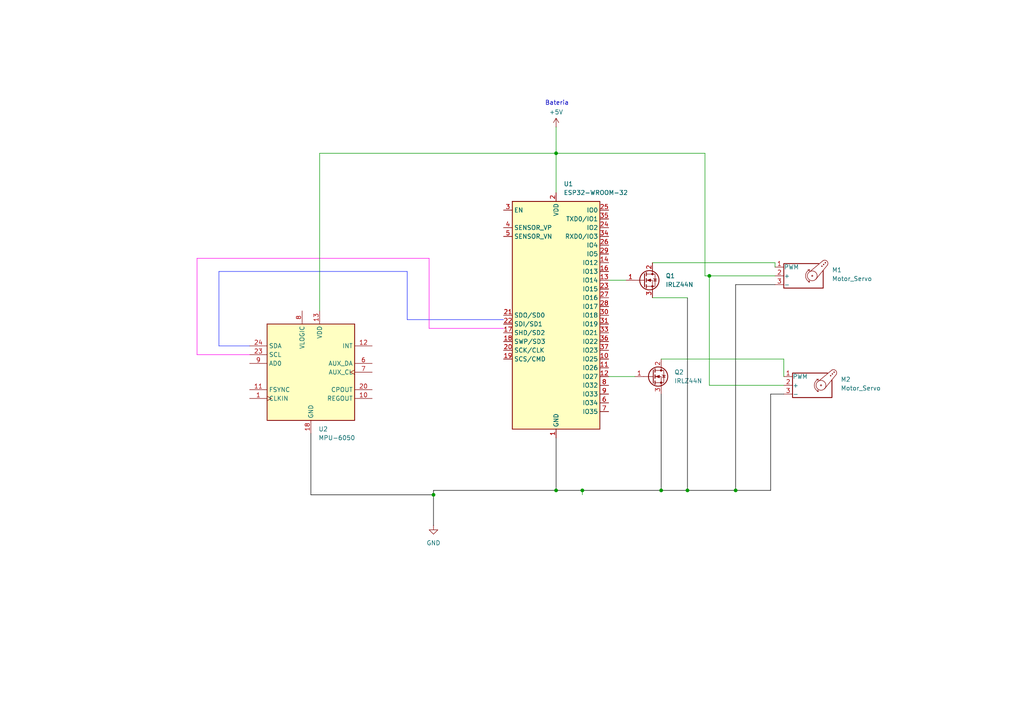
<source format=kicad_sch>
(kicad_sch (version 20231120) (generator "eeschema") (generator_version "8.0")
  (paper "A4")
  (lib_symbols
    (symbol "Motor:Motor_Servo" (pin_names (offset 0.0254))
      (property "Reference" "M" (at -5.08 4.445 0))
      (property "Value" "Motor_Servo" (at -5.08 -4.064 0))
      (symbol "Motor_Servo_0_1"
        (polyline (pts (xy 2.413 -1.778) (xy 2.032 -1.778)))
        (polyline (pts (xy 2.413 -1.778) (xy 2.286 -1.397)))
        (polyline (pts (xy 2.413 1.778) (xy 1.905 1.778)))
        (polyline (pts (xy 2.413 1.778) (xy 2.286 1.397)))
        (polyline (pts (xy 6.35 4.445) (xy 2.54 1.27)))
        (polyline (pts (xy 7.62 3.175) (xy 4.191 -1.016)))
        (polyline (pts (xy 5.08 3.556) (xy -5.08 3.556) (xy -5.08 -3.556) (xy 6.35 -3.556) (xy 6.35 1.524)) (stroke (width 0.254)))
        (arc (start 2.413 1.778) (mid 1.2406 0) (end 2.413 -1.778))
        (circle (center 3.175 0) (radius 0.1778))
        (circle (center 3.175 0) (radius 1.4224))
        (circle (center 5.969 2.794) (radius 0.127))
        (circle (center 6.477 3.302) (radius 0.127))
        (circle (center 6.985 3.81) (radius 0.127))
        (arc (start 7.62 3.175) (mid 7.4485 4.2735) (end 6.35 4.445))
      )
      (symbol "Motor_Servo_1_1"
        (pin passive line (at -7.62 2.54 0) (length 2.54) (name "PWM") (number "1"))
        (pin passive line (at -7.62 0 0) (length 2.54) (name "+") (number "2"))
        (pin passive line (at -7.62 -2.54 0) (length 2.54) (name "-") (number "3"))
      )
    )
    (symbol "RF_Module:ESP32-WROOM-32"
      (property "Reference" "U" (at -12.7 34.29 0))
      (property "Value" "ESP32-WROOM-32" (at 1.27 34.29 0))
      (symbol "ESP32-WROOM-32_0_1"
        (rectangle (start -12.7 33.02) (end 12.7 -33.02) (stroke (width 0.254)) (fill (type background)))
      )
      (symbol "ESP32-WROOM-32_1_1"
        (pin power_in line (at 0 -35.56 90) (length 2.54) (name "GND") (number "1"))
        (pin bidirectional line (at 15.24 -12.7 180) (length 2.54) (name "IO25") (number "10"))
        (pin bidirectional line (at 15.24 -15.24 180) (length 2.54) (name "IO26") (number "11"))
        (pin bidirectional line (at 15.24 -17.78 180) (length 2.54) (name "IO27") (number "12"))
        (pin bidirectional line (at 15.24 10.16 180) (length 2.54) (name "IO14") (number "13"))
        (pin bidirectional line (at 15.24 15.24 180) (length 2.54) (name "IO12") (number "14"))
        (pin passive line (at 0 -35.56 90) (length 2.54) hide (name "GND") (number "15"))
        (pin bidirectional line (at 15.24 12.7 180) (length 2.54) (name "IO13") (number "16"))
        (pin bidirectional line (at -15.24 -5.08 0) (length 2.54) (name "SHD/SD2") (number "17"))
        (pin bidirectional line (at -15.24 -7.62 0) (length 2.54) (name "SWP/SD3") (number "18"))
        (pin bidirectional line (at -15.24 -12.7 0) (length 2.54) (name "SCS/CMD") (number "19"))
        (pin power_in line (at 0 35.56 270) (length 2.54) (name "VDD") (number "2"))
        (pin bidirectional line (at -15.24 -10.16 0) (length 2.54) (name "SCK/CLK") (number "20"))
        (pin bidirectional line (at -15.24 0 0) (length 2.54) (name "SDO/SD0") (number "21"))
        (pin bidirectional line (at -15.24 -2.54 0) (length 2.54) (name "SDI/SD1") (number "22"))
        (pin bidirectional line (at 15.24 7.62 180) (length 2.54) (name "IO15") (number "23"))
        (pin bidirectional line (at 15.24 25.4 180) (length 2.54) (name "IO2") (number "24"))
        (pin bidirectional line (at 15.24 30.48 180) (length 2.54) (name "IO0") (number "25"))
        (pin bidirectional line (at 15.24 20.32 180) (length 2.54) (name "IO4") (number "26"))
        (pin bidirectional line (at 15.24 5.08 180) (length 2.54) (name "IO16") (number "27"))
        (pin bidirectional line (at 15.24 2.54 180) (length 2.54) (name "IO17") (number "28"))
        (pin bidirectional line (at 15.24 17.78 180) (length 2.54) (name "IO5") (number "29"))
        (pin input line (at -15.24 30.48 0) (length 2.54) (name "EN") (number "3"))
        (pin bidirectional line (at 15.24 0 180) (length 2.54) (name "IO18") (number "30"))
        (pin bidirectional line (at 15.24 -2.54 180) (length 2.54) (name "IO19") (number "31"))
        (pin no_connect line (at -12.7 -27.94 0) (length 2.54) hide (name "NC") (number "32"))
        (pin bidirectional line (at 15.24 -5.08 180) (length 2.54) (name "IO21") (number "33"))
        (pin bidirectional line (at 15.24 22.86 180) (length 2.54) (name "RXD0/IO3") (number "34"))
        (pin bidirectional line (at 15.24 27.94 180) (length 2.54) (name "TXD0/IO1") (number "35"))
        (pin bidirectional line (at 15.24 -7.62 180) (length 2.54) (name "IO22") (number "36"))
        (pin bidirectional line (at 15.24 -10.16 180) (length 2.54) (name "IO23") (number "37"))
        (pin passive line (at 0 -35.56 90) (length 2.54) hide (name "GND") (number "38"))
        (pin passive line (at 0 -35.56 90) (length 2.54) hide (name "GND") (number "39"))
        (pin input line (at -15.24 25.4 0) (length 2.54) (name "SENSOR_VP") (number "4"))
        (pin input line (at -15.24 22.86 0) (length 2.54) (name "SENSOR_VN") (number "5"))
        (pin input line (at 15.24 -25.4 180) (length 2.54) (name "IO34") (number "6"))
        (pin input line (at 15.24 -27.94 180) (length 2.54) (name "IO35") (number "7"))
        (pin bidirectional line (at 15.24 -20.32 180) (length 2.54) (name "IO32") (number "8"))
        (pin bidirectional line (at 15.24 -22.86 180) (length 2.54) (name "IO33") (number "9"))
      )
    )
    (symbol "Sensor_Motion:MPU-6050"
      (property "Reference" "U" (at -11.43 13.97 0))
      (property "Value" "MPU-6050" (at 7.62 -15.24 0))
      (symbol "MPU-6050_0_0"
        (text "" (at 12.7 -2.54 0) (effects (font (size 1.27 1.27))))
      )
      (symbol "MPU-6050_0_1"
        (rectangle (start -12.7 13.97) (end 12.7 -13.97) (stroke (width 0.254)) (fill (type background)))
      )
      (symbol "MPU-6050_1_1"
        (pin input clock (at -17.78 -7.62 0) (length 5.08) (name "CLKIN") (number "1"))
        (pin passive line (at 17.78 -7.62 180) (length 5.08) (name "REGOUT") (number "10"))
        (pin input line (at -17.78 -5.08 0) (length 5.08) (name "FSYNC") (number "11"))
        (pin output line (at 17.78 7.62 180) (length 5.08) (name "INT") (number "12"))
        (pin power_in line (at 2.54 17.78 270) (length 3.81) (name "VDD") (number "13"))
        (pin no_connect line (at -12.7 -10.16 0) (length 2.54) hide (name "NC") (number "14"))
        (pin no_connect line (at 12.7 12.7 180) (length 2.54) hide (name "NC") (number "15"))
        (pin no_connect line (at 12.7 10.16 180) (length 2.54) hide (name "NC") (number "16"))
        (pin no_connect line (at 12.7 5.08 180) (length 2.54) hide (name "NC") (number "17"))
        (pin power_in line (at 0 -17.78 90) (length 3.81) (name "GND") (number "18"))
        (pin no_connect line (at 12.7 -10.16 180) (length 2.54) hide (name "RESV") (number "19"))
        (pin no_connect line (at -12.7 12.7 0) (length 2.54) hide (name "NC") (number "2"))
        (pin passive line (at 17.78 -5.08 180) (length 5.08) (name "CPOUT") (number "20"))
        (pin no_connect line (at 12.7 -2.54 180) (length 2.54) hide (name "RESV") (number "21"))
        (pin no_connect line (at 12.7 -12.7 180) (length 2.54) hide (name "RESV") (number "22"))
        (pin input line (at -17.78 5.08 0) (length 5.08) (name "SCL") (number "23"))
        (pin bidirectional line (at -17.78 7.62 0) (length 5.08) (name "SDA") (number "24"))
        (pin no_connect line (at -12.7 10.16 0) (length 2.54) hide (name "NC") (number "3"))
        (pin no_connect line (at -12.7 0 0) (length 2.54) hide (name "NC") (number "4"))
        (pin no_connect line (at -12.7 -2.54 0) (length 2.54) hide (name "NC") (number "5"))
        (pin bidirectional line (at 17.78 2.54 180) (length 5.08) (name "AUX_DA") (number "6"))
        (pin output clock (at 17.78 0 180) (length 5.08) (name "AUX_CL") (number "7"))
        (pin power_in line (at -2.54 17.78 270) (length 3.81) (name "VLOGIC") (number "8"))
        (pin input line (at -17.78 2.54 0) (length 5.08) (name "AD0") (number "9"))
      )
    )
    (symbol "Transistor_FET:IRLZ44N" (pin_names hide)
      (property "Reference" "Q" (at 5.08 1.905 0))
      (property "Value" "IRLZ44N" (at 5.08 0 0))
      (symbol "IRLZ44N_0_1"
        (polyline (pts (xy 0.254 0) (xy -2.54 0)))
        (polyline (pts (xy 0.254 1.905) (xy 0.254 -1.905)) (stroke (width 0.254)))
        (polyline (pts (xy 0.762 -1.27) (xy 0.762 -2.286)) (stroke (width 0.254)))
        (polyline (pts (xy 0.762 0.508) (xy 0.762 -0.508)) (stroke (width 0.254)))
        (polyline (pts (xy 0.762 2.286) (xy 0.762 1.27)) (stroke (width 0.254)))
        (polyline (pts (xy 2.54 2.54) (xy 2.54 1.778)))
        (polyline (pts (xy 2.54 -2.54) (xy 2.54 0) (xy 0.762 0)))
        (polyline (pts (xy 0.762 -1.778) (xy 3.302 -1.778) (xy 3.302 1.778) (xy 0.762 1.778)))
        (polyline (pts (xy 1.016 0) (xy 2.032 0.381) (xy 2.032 -0.381) (xy 1.016 0)) (fill (type outline)))
        (polyline (pts (xy 2.794 0.508) (xy 2.921 0.381) (xy 3.683 0.381) (xy 3.81 0.254)))
        (polyline (pts (xy 3.302 0.381) (xy 2.921 -0.254) (xy 3.683 -0.254) (xy 3.302 0.381)))
        (circle (center 1.651 0) (radius 2.794) (stroke (width 0.254)))
        (circle (center 2.54 -1.778) (radius 0.254) (fill (type outline)))
        (circle (center 2.54 1.778) (radius 0.254) (fill (type outline)))
      )
      (symbol "IRLZ44N_1_1"
        (pin input line (at -5.08 0 0) (length 2.54) (name "G") (number "1"))
        (pin passive line (at 2.54 5.08 270) (length 2.54) (name "D") (number "2"))
        (pin passive line (at 2.54 -5.08 90) (length 2.54) (name "S") (number "3"))
      )
    )
    (symbol "power:+3.3V" (power) (pin_numbers hide) (pin_names (offset 0) hide)
      (property "Value" "+3.3V" (at 0 3.556 0))
      (symbol "+3.3V_0_1"
        (polyline (pts (xy -0.762 1.27) (xy 0 2.54)))
        (polyline (pts (xy 0 0) (xy 0 2.54)))
        (polyline (pts (xy 0 2.54) (xy 0.762 1.27)))
      )
      (symbol "+3.3V_1_1"
        (pin power_in line (at 0 0 90) (length 0) (name "~") (number "1"))
      )
    )
    (symbol "power:GND" (power) (pin_numbers hide) (pin_names (offset 0) hide)
      (property "Value" "GND" (at 0 -3.81 0))
      (symbol "GND_0_1"
        (polyline (pts (xy 0 0) (xy 0 -1.27) (xy 1.27 -1.27) (xy 0 -2.54) (xy -1.27 -1.27) (xy 0 -1.27)))
      )
      (symbol "GND_1_1"
        (pin power_in line (at 0 0 270) (length 0) (name "~") (number "1"))
      )
    )
  )
  (junction (at 191.77 142.24))
  (junction (at 161.29 44.45))
  (junction (at 168.91 142.24))
  (junction (at 213.36 142.24))
  (junction (at 161.29 142.24))
  (junction (at 125.73 143.51))
  (junction (at 205.74 80.01))
  (junction (at 199.39 142.24))
  (wire (pts (xy 176.53 81.28) (xy 181.61 81.28)))
  (wire (pts (xy 224.79 76.2) (xy 224.79 77.47)))
  (wire (pts (xy 90.17 125.73) (xy 90.17 143.51)) (stroke (width 0) (color 0 0 0 1)))
  (wire (pts (xy 191.77 142.24) (xy 199.39 142.24)) (stroke (width 0) (color 0 0 0 1)))
  (wire (pts (xy 191.77 104.14) (xy 227.33 104.14)))
  (wire (pts (xy 161.29 142.24) (xy 168.91 142.24)) (stroke (width 0) (color 0 0 0 1)))
  (wire (pts (xy 224.79 80.01) (xy 205.74 80.01)))
  (wire (pts (xy 90.17 143.51) (xy 125.73 143.51)) (stroke (width 0) (color 0 0 0 1)))
  (wire (pts (xy 63.5 78.74) (xy 63.5 100.33)) (stroke (width 0) (color 26 39 255 1)))
  (wire (pts (xy 63.5 78.74) (xy 118.11 78.74)) (stroke (width 0) (color 26 39 255 1)))
  (wire (pts (xy 168.91 143.51) (xy 168.91 142.24)))
  (wire (pts (xy 161.29 44.45) (xy 204.47 44.45)))
  (wire (pts (xy 124.46 95.25) (xy 146.05 95.25)) (stroke (width 0) (color 255 0 235 1)))
  (wire (pts (xy 204.47 80.01) (xy 204.47 44.45)))
  (wire (pts (xy 92.71 44.45) (xy 92.71 90.17)))
  (wire (pts (xy 63.5 100.33) (xy 72.39 100.33)) (stroke (width 0) (color 26 39 255 1)))
  (wire (pts (xy 161.29 44.45) (xy 161.29 55.88)))
  (wire (pts (xy 57.15 102.87) (xy 57.15 74.93)) (stroke (width 0) (color 255 0 235 1)))
  (wire (pts (xy 161.29 44.45) (xy 161.29 36.83)))
  (wire (pts (xy 125.73 142.24) (xy 125.73 143.51)) (stroke (width 0) (color 0 0 0 1)))
  (wire (pts (xy 224.79 82.55) (xy 213.36 82.55)) (stroke (width 0) (color 0 0 0 1)))
  (wire (pts (xy 227.33 111.76) (xy 205.74 111.76)))
  (wire (pts (xy 161.29 142.24) (xy 125.73 142.24)) (stroke (width 0) (color 0 0 0 1)))
  (wire (pts (xy 161.29 142.24) (xy 161.29 127)) (stroke (width 0) (color 0 0 0 1)))
  (wire (pts (xy 57.15 74.93) (xy 124.46 74.93)) (stroke (width 0) (color 255 0 235 1)))
  (wire (pts (xy 57.15 102.87) (xy 72.39 102.87)) (stroke (width 0) (color 255 0 235 1)))
  (wire (pts (xy 205.74 80.01) (xy 205.74 111.76)))
  (wire (pts (xy 92.71 44.45) (xy 161.29 44.45)))
  (wire (pts (xy 118.11 92.71) (xy 146.05 92.71)) (stroke (width 0) (color 26 39 255 1)))
  (wire (pts (xy 124.46 74.93) (xy 124.46 95.25)) (stroke (width 0) (color 255 0 235 1)))
  (wire (pts (xy 125.73 143.51) (xy 125.73 152.4)) (stroke (width 0) (color 0 0 0 1)))
  (wire (pts (xy 227.33 104.14) (xy 227.33 109.22)))
  (wire (pts (xy 223.52 114.3) (xy 223.52 142.24)) (stroke (width 0) (color 0 0 0 0.8)))
  (wire (pts (xy 118.11 78.74) (xy 118.11 92.71)) (stroke (width 0) (color 26 39 255 1)))
  (wire (pts (xy 191.77 114.3) (xy 191.77 142.24)) (stroke (width 0) (color 0 0 0 1)))
  (wire (pts (xy 176.53 109.22) (xy 184.15 109.22)))
  (wire (pts (xy 199.39 86.36) (xy 199.39 142.24)) (stroke (width 0) (color 0 0 0 1)))
  (wire (pts (xy 227.33 114.3) (xy 223.52 114.3)) (stroke (width 0) (color 0 0 0 0.8)))
  (wire (pts (xy 199.39 142.24) (xy 213.36 142.24)) (stroke (width 0) (color 0 0 0 1)))
  (wire (pts (xy 213.36 82.55) (xy 213.36 142.24)) (stroke (width 0) (color 0 0 0 1)))
  (wire (pts (xy 205.74 80.01) (xy 204.47 80.01)))
  (wire (pts (xy 189.23 86.36) (xy 199.39 86.36)))
  (wire (pts (xy 168.91 142.24) (xy 191.77 142.24)) (stroke (width 0) (color 0 0 0 1)))
  (wire (pts (xy 223.52 142.24) (xy 213.36 142.24)) (stroke (width 0) (color 0 0 0 0.8)))
  (wire (pts (xy 189.23 76.2) (xy 224.79 76.2)))
  (text "Bateria" (at 161.544 29.972 0) (effects (font (size 1.27 1.27))))
  (symbol (lib_id "Motor:Motor_Servo") (at 232.41 80.01 0) (unit 1)
    (property "Reference" "M1" (at 241.3 78.3065 0) (effects (justify left)))
    (property "Value" "Motor_Servo" (at 241.3 80.8465 0) (effects (justify left)))
    (property "Datasheet" "http://forums.parallax.com/uploads/attachments/46831/74481.png" (effects (hide yes)))
    (property "Description" "Servo Motor (Futaba, HiTec, JR connector)" (effects (hide yes)))
  )
  (symbol (lib_id "Transistor_FET:IRLZ44N") (at 189.23 109.22 0) (unit 1)
    (property "Reference" "Q2" (at 195.58 107.9499 0) (effects (justify left)))
    (property "Value" "IRLZ44N" (at 195.58 110.4899 0) (effects (justify left)))
    (property "Footprint" "Package_TO_SOT_THT:TO-220-3_Vertical" (effects (hide yes)))
    (property "Datasheet" "http://www.irf.com/product-info/datasheets/data/irlz44n.pdf" (effects (hide yes)))
    (property "Description" "47A Id, 55V Vds, 22mOhm Rds Single N-Channel HEXFET Power MOSFET, TO-220AB" (effects (hide yes)))
  )
  (symbol (lib_id "Motor:Motor_Servo") (at 234.95 111.76 0) (unit 1)
    (property "Reference" "M2" (at 243.84 110.0565 0) (effects (justify left)))
    (property "Value" "Motor_Servo" (at 243.84 112.5965 0) (effects (justify left)))
    (property "Datasheet" "http://forums.parallax.com/uploads/attachments/46831/74481.png" (effects (hide yes)))
    (property "Description" "Servo Motor (Futaba, HiTec, JR connector)" (effects (hide yes)))
  )
  (symbol (lib_id "power:+3.3V") (at 161.29 36.83 0) (unit 1)
    (property "Reference" "#PWR02" (effects (hide yes)))
    (property "Value" "+5V" (at 159.258 32.512 0) (effects (justify left)))
    (property "Description" "Power symbol creates a global label with name \"+3.3V\"" (effects (hide yes)))
  )
  (symbol (lib_id "Transistor_FET:IRLZ44N") (at 186.69 81.28 0) (unit 1)
    (property "Reference" "Q1" (at 193.04 80.0099 0) (effects (justify left)))
    (property "Value" "IRLZ44N" (at 193.04 82.5499 0) (effects (justify left)))
    (property "Footprint" "Package_TO_SOT_THT:TO-220-3_Vertical" (effects (hide yes)))
    (property "Datasheet" "http://www.irf.com/product-info/datasheets/data/irlz44n.pdf" (effects (hide yes)))
    (property "Description" "47A Id, 55V Vds, 22mOhm Rds Single N-Channel HEXFET Power MOSFET, TO-220AB" (effects (hide yes)))
  )
  (symbol (lib_id "power:GND") (at 125.73 152.4 0) (unit 1)
    (property "Reference" "#PWR01" (effects (hide yes)))
    (property "Value" "GND" (at 125.73 157.48 0))
    (property "Description" "Power symbol creates a global label with name \"GND\" , ground" (effects (hide yes)))
  )
  (symbol (lib_id "Sensor_Motion:MPU-6050") (at 90.17 107.95 0) (unit 1)
    (property "Reference" "U2" (at 92.3641 124.46 0) (effects (justify left)))
    (property "Value" "MPU-6050" (at 92.3641 127 0) (effects (justify left)))
    (property "Footprint" "Sensor_Motion:InvenSense_QFN-24_4x4mm_P0.5mm" (effects (hide yes)))
    (property "Datasheet" "https://invensense.tdk.com/wp-content/uploads/2015/02/MPU-6000-Datasheet1.pdf" (effects (hide yes)))
    (property "Description" "InvenSense 6-Axis Motion Sensor, Gyroscope, Accelerometer, I2C" (effects (hide yes)))
  )
  (symbol (lib_id "RF_Module:ESP32-WROOM-32") (at 161.29 91.44 0) (unit 1)
    (property "Reference" "U1" (at 163.4841 53.34 0) (effects (justify left)))
    (property "Value" "ESP32-WROOM-32" (at 163.4841 55.88 0) (effects (justify left)))
    (property "Footprint" "RF_Module:ESP32-WROOM-32" (effects (hide yes)))
    (property "Datasheet" "https://www.espressif.com/sites/default/files/documentation/esp32-wroom-32_datasheet_en.pdf" (effects (hide yes)))
    (property "Description" "RF Module, ESP32-D0WDQ6 SoC, Wi-Fi 802.11b/g/n, Bluetooth, BLE, 32-bit, 2.7-3.6V, onboard antenna, SMD" (effects (hide yes)))
  )
)
</source>
